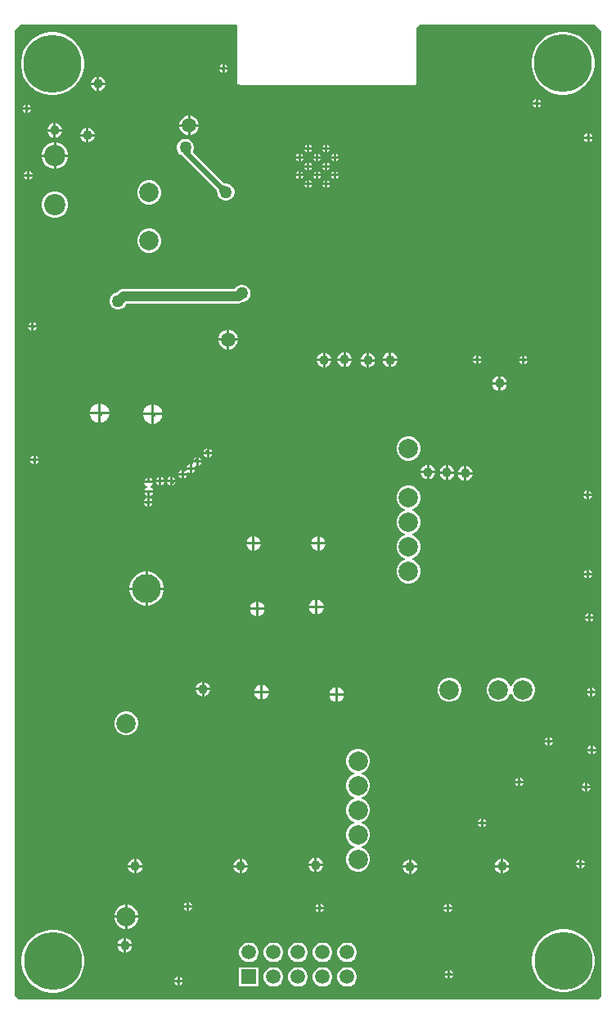
<source format=gbl>
G04*
G04 #@! TF.GenerationSoftware,Altium Limited,Altium Designer,22.9.1 (49)*
G04*
G04 Layer_Physical_Order=2*
G04 Layer_Color=16711680*
%FSLAX25Y25*%
%MOIN*%
G70*
G04*
G04 #@! TF.SameCoordinates,5637A8B9-9DC4-41E7-96B4-60DE8AE1DB3B*
G04*
G04*
G04 #@! TF.FilePolarity,Positive*
G04*
G01*
G75*
%ADD15C,0.01000*%
%ADD76C,0.03937*%
%ADD79C,0.01968*%
%ADD87C,0.07874*%
%ADD88O,0.01968X0.01181*%
%ADD89O,0.01575X0.01181*%
%ADD90R,0.05906X0.05906*%
%ADD91C,0.05906*%
%ADD92C,0.08661*%
%ADD93C,0.01575*%
%ADD94C,0.03937*%
%ADD95C,0.02362*%
%ADD96C,0.11811*%
%ADD97C,0.05000*%
%ADD98C,0.23622*%
G36*
X163740Y395315D02*
X235039D01*
X237756Y392598D01*
X237677Y392520D01*
Y-354D01*
X236378Y-1654D01*
X276D01*
X-1378Y0D01*
X-1221Y158D01*
Y392992D01*
X1083Y395296D01*
X12008Y395394D01*
X89016D01*
Y395315D01*
X89372Y394959D01*
Y371937D01*
X89450Y371547D01*
X89671Y371216D01*
X90001Y370995D01*
X90392Y370917D01*
X90394D01*
Y370630D01*
X161734D01*
Y370630D01*
X162126Y370630D01*
X162284Y370787D01*
X161968Y371103D01*
X161979Y371216D01*
X162200Y371547D01*
X162277Y371937D01*
Y394167D01*
X163583Y395472D01*
X163740Y395315D01*
D02*
G37*
%LPC*%
G36*
X84201Y379287D02*
Y378059D01*
X85428D01*
X85216Y378572D01*
X84713Y379074D01*
X84201Y379287D01*
D02*
G37*
G36*
X83201D02*
X82688Y379074D01*
X82186Y378572D01*
X81973Y378059D01*
X83201D01*
Y379287D01*
D02*
G37*
G36*
X85428Y377059D02*
X84201D01*
Y375832D01*
X84713Y376044D01*
X85216Y376547D01*
X85428Y377059D01*
D02*
G37*
G36*
X83201D02*
X81973D01*
X82186Y376547D01*
X82688Y376044D01*
X83201Y375832D01*
Y377059D01*
D02*
G37*
G36*
X33138Y374238D02*
Y371799D01*
X35577D01*
X35404Y372445D01*
X35013Y373122D01*
X34460Y373675D01*
X33784Y374065D01*
X33138Y374238D01*
D02*
G37*
G36*
X32138D02*
X31492Y374065D01*
X30815Y373675D01*
X30262Y373122D01*
X29872Y372445D01*
X29699Y371799D01*
X32138D01*
Y374238D01*
D02*
G37*
G36*
X35577Y370799D02*
X33138D01*
Y368360D01*
X33784Y368533D01*
X34460Y368924D01*
X35013Y369477D01*
X35404Y370153D01*
X35577Y370799D01*
D02*
G37*
G36*
X32138D02*
X29699D01*
X29872Y370153D01*
X30262Y369477D01*
X30815Y368924D01*
X31492Y368533D01*
X32138Y368360D01*
Y370799D01*
D02*
G37*
G36*
X223028Y392512D02*
X221011D01*
X219020Y392196D01*
X217102Y391573D01*
X215305Y390658D01*
X213674Y389473D01*
X212248Y388047D01*
X211063Y386415D01*
X210147Y384618D01*
X209524Y382701D01*
X209209Y380709D01*
Y378693D01*
X209524Y376701D01*
X210147Y374783D01*
X211063Y372986D01*
X212248Y371355D01*
X213674Y369929D01*
X215305Y368744D01*
X217102Y367828D01*
X219020Y367205D01*
X221011Y366890D01*
X223028D01*
X225020Y367205D01*
X226937Y367828D01*
X228734Y368744D01*
X230365Y369929D01*
X231791Y371355D01*
X232977Y372986D01*
X233892Y374783D01*
X234515Y376701D01*
X234831Y378693D01*
Y380709D01*
X234515Y382701D01*
X233892Y384618D01*
X232977Y386415D01*
X231791Y388047D01*
X230365Y389473D01*
X228734Y390658D01*
X226937Y391573D01*
X225020Y392196D01*
X223028Y392512D01*
D02*
G37*
G36*
X15008Y392311D02*
X12992D01*
X11000Y391996D01*
X9082Y391372D01*
X7286Y390457D01*
X5654Y389272D01*
X4228Y387846D01*
X3043Y386214D01*
X2128Y384418D01*
X1504Y382500D01*
X1189Y380508D01*
Y378492D01*
X1504Y376500D01*
X2128Y374582D01*
X3043Y372786D01*
X4228Y371154D01*
X5654Y369728D01*
X7286Y368543D01*
X9082Y367628D01*
X11000Y367004D01*
X12992Y366689D01*
X15008D01*
X17000Y367004D01*
X18918Y367628D01*
X20714Y368543D01*
X22346Y369728D01*
X23772Y371154D01*
X24957Y372786D01*
X25872Y374582D01*
X26496Y376500D01*
X26811Y378492D01*
Y380508D01*
X26496Y382500D01*
X25872Y384418D01*
X24957Y386214D01*
X23772Y387846D01*
X22346Y389272D01*
X20714Y390457D01*
X18918Y391372D01*
X17000Y391996D01*
X15008Y392311D01*
D02*
G37*
G36*
X211839Y365074D02*
Y363846D01*
X213066D01*
X212854Y364359D01*
X212351Y364862D01*
X211839Y365074D01*
D02*
G37*
G36*
X210839D02*
X210326Y364862D01*
X209823Y364359D01*
X209611Y363846D01*
X210839D01*
Y365074D01*
D02*
G37*
G36*
X4083Y362909D02*
Y361681D01*
X5310D01*
X5098Y362194D01*
X4595Y362696D01*
X4083Y362909D01*
D02*
G37*
G36*
X3083D02*
X2570Y362696D01*
X2067Y362194D01*
X1855Y361681D01*
X3083D01*
Y362909D01*
D02*
G37*
G36*
X213066Y362846D02*
X211839D01*
Y361619D01*
X212351Y361831D01*
X212854Y362334D01*
X213066Y362846D01*
D02*
G37*
G36*
X210839D02*
X209611D01*
X209823Y362334D01*
X210326Y361831D01*
X210839Y361619D01*
Y362846D01*
D02*
G37*
G36*
X5310Y360681D02*
X4083D01*
Y359454D01*
X4595Y359666D01*
X5098Y360169D01*
X5310Y360681D01*
D02*
G37*
G36*
X3083D02*
X1855D01*
X2067Y360169D01*
X2570Y359666D01*
X3083Y359454D01*
Y360681D01*
D02*
G37*
G36*
X70166Y358323D02*
X70146D01*
Y354870D01*
X73598D01*
Y354890D01*
X73329Y355896D01*
X72809Y356797D01*
X72073Y357533D01*
X71171Y358053D01*
X70166Y358323D01*
D02*
G37*
G36*
X69146D02*
X69125D01*
X68120Y358053D01*
X67219Y357533D01*
X66483Y356797D01*
X65962Y355896D01*
X65693Y354890D01*
Y354870D01*
X69146D01*
Y358323D01*
D02*
G37*
G36*
X15421Y355262D02*
Y352823D01*
X17861D01*
X17687Y353469D01*
X17297Y354146D01*
X16744Y354698D01*
X16067Y355089D01*
X15421Y355262D01*
D02*
G37*
G36*
X14421D02*
X13776Y355089D01*
X13099Y354698D01*
X12546Y354146D01*
X12155Y353469D01*
X11982Y352823D01*
X14421D01*
Y355262D01*
D02*
G37*
G36*
X28768Y353294D02*
Y350854D01*
X31207D01*
X31034Y351500D01*
X30643Y352177D01*
X30090Y352730D01*
X29414Y353120D01*
X28768Y353294D01*
D02*
G37*
G36*
X27768D02*
X27122Y353120D01*
X26445Y352730D01*
X25892Y352177D01*
X25501Y351500D01*
X25328Y350854D01*
X27768D01*
Y353294D01*
D02*
G37*
G36*
X73598Y353870D02*
X70146D01*
Y350417D01*
X70166D01*
X71171Y350687D01*
X72073Y351207D01*
X72809Y351943D01*
X73329Y352844D01*
X73598Y353850D01*
Y353870D01*
D02*
G37*
G36*
X69146D02*
X65693D01*
Y353850D01*
X65962Y352844D01*
X66483Y351943D01*
X67219Y351207D01*
X68120Y350687D01*
X69125Y350417D01*
X69146D01*
Y353870D01*
D02*
G37*
G36*
X232823Y351137D02*
Y349909D01*
X234050D01*
X233838Y350422D01*
X233335Y350925D01*
X232823Y351137D01*
D02*
G37*
G36*
X231823D02*
X231310Y350925D01*
X230807Y350422D01*
X230595Y349909D01*
X231823D01*
Y351137D01*
D02*
G37*
G36*
X17861Y351823D02*
X15421D01*
Y349384D01*
X16067Y349557D01*
X16744Y349947D01*
X17297Y350500D01*
X17687Y351177D01*
X17861Y351823D01*
D02*
G37*
G36*
X14421D02*
X11982D01*
X12155Y351177D01*
X12546Y350500D01*
X13099Y349947D01*
X13776Y349557D01*
X14421Y349384D01*
Y351823D01*
D02*
G37*
G36*
X234050Y348909D02*
X232823D01*
Y347682D01*
X233335Y347894D01*
X233838Y348397D01*
X234050Y348909D01*
D02*
G37*
G36*
X231823D02*
X230595D01*
X230807Y348397D01*
X231310Y347894D01*
X231823Y347682D01*
Y348909D01*
D02*
G37*
G36*
X31207Y349854D02*
X28768D01*
Y347415D01*
X29414Y347588D01*
X30090Y347979D01*
X30643Y348532D01*
X31034Y349208D01*
X31207Y349854D01*
D02*
G37*
G36*
X27768D02*
X25328D01*
X25501Y349208D01*
X25892Y348532D01*
X26445Y347979D01*
X27122Y347588D01*
X27768Y347415D01*
Y349854D01*
D02*
G37*
G36*
X126000Y346463D02*
Y345449D01*
X127015D01*
X126848Y345850D01*
X126401Y346297D01*
X126000Y346463D01*
D02*
G37*
G36*
X125000D02*
X124599Y346297D01*
X124152Y345850D01*
X123986Y345449D01*
X125000D01*
Y346463D01*
D02*
G37*
G36*
X118776D02*
Y345449D01*
X119790D01*
X119624Y345850D01*
X119177Y346297D01*
X118776Y346463D01*
D02*
G37*
G36*
X117776D02*
X117375Y346297D01*
X116927Y345850D01*
X116761Y345449D01*
X117776D01*
Y346463D01*
D02*
G37*
G36*
X127015Y344449D02*
X126000D01*
Y343434D01*
X126401Y343600D01*
X126848Y344048D01*
X127015Y344449D01*
D02*
G37*
G36*
X125000D02*
X123986D01*
X124152Y344048D01*
X124599Y343600D01*
X125000Y343434D01*
Y344449D01*
D02*
G37*
G36*
X119790D02*
X118776D01*
Y343434D01*
X119177Y343600D01*
X119624Y344048D01*
X119790Y344449D01*
D02*
G37*
G36*
X117776D02*
X116761D01*
X116927Y344048D01*
X117375Y343600D01*
X117776Y343434D01*
Y344449D01*
D02*
G37*
G36*
X15702Y347331D02*
X15500D01*
Y342500D01*
X20331D01*
Y342702D01*
X19967Y344058D01*
X19266Y345273D01*
X18273Y346266D01*
X17058Y346967D01*
X15702Y347331D01*
D02*
G37*
G36*
X14500D02*
X14298D01*
X12942Y346967D01*
X11727Y346266D01*
X10734Y345273D01*
X10033Y344058D01*
X9669Y342702D01*
Y342500D01*
X14500D01*
Y347331D01*
D02*
G37*
G36*
X129612Y342851D02*
Y341837D01*
X130627D01*
X130461Y342238D01*
X130013Y342685D01*
X129612Y342851D01*
D02*
G37*
G36*
X128612D02*
X128211Y342685D01*
X127764Y342238D01*
X127598Y341837D01*
X128612D01*
Y342851D01*
D02*
G37*
G36*
X122388D02*
Y341837D01*
X123402D01*
X123236Y342238D01*
X122789Y342685D01*
X122388Y342851D01*
D02*
G37*
G36*
X121388D02*
X120987Y342685D01*
X120539Y342238D01*
X120373Y341837D01*
X121388D01*
Y342851D01*
D02*
G37*
G36*
X115163D02*
Y341837D01*
X116178D01*
X116012Y342238D01*
X115564Y342685D01*
X115163Y342851D01*
D02*
G37*
G36*
X114163D02*
X113762Y342685D01*
X113315Y342238D01*
X113149Y341837D01*
X114163D01*
Y342851D01*
D02*
G37*
G36*
X130627Y340837D02*
X129612D01*
Y339822D01*
X130013Y339988D01*
X130461Y340436D01*
X130627Y340837D01*
D02*
G37*
G36*
X128612D02*
X127598D01*
X127764Y340436D01*
X128211Y339988D01*
X128612Y339822D01*
Y340837D01*
D02*
G37*
G36*
X123402D02*
X122388D01*
Y339822D01*
X122789Y339988D01*
X123236Y340436D01*
X123402Y340837D01*
D02*
G37*
G36*
X121388D02*
X120373D01*
X120539Y340436D01*
X120987Y339988D01*
X121388Y339822D01*
Y340837D01*
D02*
G37*
G36*
X116178D02*
X115163D01*
Y339822D01*
X115564Y339988D01*
X116012Y340436D01*
X116178Y340837D01*
D02*
G37*
G36*
X114163D02*
X113149D01*
X113315Y340436D01*
X113762Y339988D01*
X114163Y339822D01*
Y340837D01*
D02*
G37*
G36*
X126000Y339239D02*
Y338224D01*
X127015D01*
X126848Y338625D01*
X126401Y339073D01*
X126000Y339239D01*
D02*
G37*
G36*
X125000D02*
X124599Y339073D01*
X124152Y338625D01*
X123986Y338224D01*
X125000D01*
Y339239D01*
D02*
G37*
G36*
X118776D02*
Y338224D01*
X119790D01*
X119624Y338625D01*
X119177Y339073D01*
X118776Y339239D01*
D02*
G37*
G36*
X117776D02*
X117375Y339073D01*
X116927Y338625D01*
X116761Y338224D01*
X117776D01*
Y339239D01*
D02*
G37*
G36*
X20331Y341500D02*
X15500D01*
Y336669D01*
X15702D01*
X17058Y337033D01*
X18273Y337734D01*
X19266Y338727D01*
X19967Y339942D01*
X20331Y341298D01*
Y341500D01*
D02*
G37*
G36*
X14500D02*
X9669D01*
Y341298D01*
X10033Y339942D01*
X10734Y338727D01*
X11727Y337734D01*
X12942Y337033D01*
X14298Y336669D01*
X14500D01*
Y341500D01*
D02*
G37*
G36*
X127015Y337224D02*
X126000D01*
Y336210D01*
X126401Y336376D01*
X126848Y336823D01*
X127015Y337224D01*
D02*
G37*
G36*
X125000D02*
X123986D01*
X124152Y336823D01*
X124599Y336376D01*
X125000Y336210D01*
Y337224D01*
D02*
G37*
G36*
X119790D02*
X118776D01*
Y336210D01*
X119177Y336376D01*
X119624Y336823D01*
X119790Y337224D01*
D02*
G37*
G36*
X117776D02*
X116761D01*
X116927Y336823D01*
X117375Y336376D01*
X117776Y336210D01*
Y337224D01*
D02*
G37*
G36*
X129612Y335627D02*
Y334612D01*
X130627D01*
X130461Y335013D01*
X130013Y335461D01*
X129612Y335627D01*
D02*
G37*
G36*
X128612D02*
X128211Y335461D01*
X127764Y335013D01*
X127598Y334612D01*
X128612D01*
Y335627D01*
D02*
G37*
G36*
X122388D02*
Y334612D01*
X123402D01*
X123236Y335013D01*
X122789Y335461D01*
X122388Y335627D01*
D02*
G37*
G36*
X121388D02*
X120987Y335461D01*
X120539Y335013D01*
X120373Y334612D01*
X121388D01*
Y335627D01*
D02*
G37*
G36*
X115163D02*
Y334612D01*
X116178D01*
X116012Y335013D01*
X115564Y335461D01*
X115163Y335627D01*
D02*
G37*
G36*
X114163D02*
X113762Y335461D01*
X113315Y335013D01*
X113149Y334612D01*
X114163D01*
Y335627D01*
D02*
G37*
G36*
X4634Y335743D02*
Y334516D01*
X5861D01*
X5649Y335028D01*
X5146Y335531D01*
X4634Y335743D01*
D02*
G37*
G36*
X3634D02*
X3121Y335531D01*
X2619Y335028D01*
X2406Y334516D01*
X3634D01*
Y335743D01*
D02*
G37*
G36*
X130627Y333612D02*
X129612D01*
Y332598D01*
X130013Y332764D01*
X130461Y333211D01*
X130627Y333612D01*
D02*
G37*
G36*
X128612D02*
X127598D01*
X127764Y333211D01*
X128211Y332764D01*
X128612Y332598D01*
Y333612D01*
D02*
G37*
G36*
X123402D02*
X122388D01*
Y332598D01*
X122789Y332764D01*
X123236Y333211D01*
X123402Y333612D01*
D02*
G37*
G36*
X121388D02*
X120373D01*
X120539Y333211D01*
X120987Y332764D01*
X121388Y332598D01*
Y333612D01*
D02*
G37*
G36*
X116178D02*
X115163D01*
Y332598D01*
X115564Y332764D01*
X116012Y333211D01*
X116178Y333612D01*
D02*
G37*
G36*
X114163D02*
X113149D01*
X113315Y333211D01*
X113762Y332764D01*
X114163Y332598D01*
Y333612D01*
D02*
G37*
G36*
X5861Y333516D02*
X4634D01*
Y332288D01*
X5146Y332501D01*
X5649Y333003D01*
X5861Y333516D01*
D02*
G37*
G36*
X3634D02*
X2406D01*
X2619Y333003D01*
X3121Y332501D01*
X3634Y332288D01*
Y333516D01*
D02*
G37*
G36*
X126000Y332014D02*
Y331000D01*
X127015D01*
X126848Y331401D01*
X126401Y331848D01*
X126000Y332014D01*
D02*
G37*
G36*
X125000D02*
X124599Y331848D01*
X124152Y331401D01*
X123986Y331000D01*
X125000D01*
Y332014D01*
D02*
G37*
G36*
X118776D02*
Y331000D01*
X119790D01*
X119624Y331401D01*
X119177Y331848D01*
X118776Y332014D01*
D02*
G37*
G36*
X117776D02*
X117375Y331848D01*
X116927Y331401D01*
X116761Y331000D01*
X117776D01*
Y332014D01*
D02*
G37*
G36*
X127015Y330000D02*
X126000D01*
Y328986D01*
X126401Y329152D01*
X126848Y329599D01*
X127015Y330000D01*
D02*
G37*
G36*
X125000D02*
X123986D01*
X124152Y329599D01*
X124599Y329152D01*
X125000Y328986D01*
Y330000D01*
D02*
G37*
G36*
X119790D02*
X118776D01*
Y328986D01*
X119177Y329152D01*
X119624Y329599D01*
X119790Y330000D01*
D02*
G37*
G36*
X117776D02*
X116761D01*
X116927Y329599D01*
X117375Y329152D01*
X117776Y328986D01*
Y330000D01*
D02*
G37*
G36*
X68650Y348854D02*
X67728D01*
X66838Y348616D01*
X66040Y348155D01*
X65388Y347503D01*
X64928Y346705D01*
X64689Y345815D01*
Y344894D01*
X64928Y344003D01*
X65388Y343205D01*
X66040Y342554D01*
X66539Y342266D01*
X66594Y342218D01*
X66612Y342208D01*
X68032Y340957D01*
X80754Y328235D01*
X80775Y328210D01*
X80865Y328083D01*
X80940Y327960D01*
X80999Y327839D01*
X81047Y327722D01*
X81082Y327604D01*
X81107Y327486D01*
X81121Y327365D01*
X81127Y327197D01*
X81146Y327115D01*
Y326744D01*
X81384Y325854D01*
X81845Y325056D01*
X82497Y324404D01*
X83295Y323943D01*
X84185Y323705D01*
X85106D01*
X85997Y323943D01*
X86795Y324404D01*
X87446Y325056D01*
X87907Y325854D01*
X88146Y326744D01*
Y327665D01*
X87907Y328556D01*
X87446Y329354D01*
X86795Y330005D01*
X85997Y330466D01*
X85106Y330705D01*
X84735D01*
X84654Y330724D01*
X84485Y330729D01*
X84364Y330744D01*
X84246Y330768D01*
X84129Y330804D01*
X84011Y330851D01*
X83891Y330911D01*
X83767Y330985D01*
X83640Y331076D01*
X83615Y331096D01*
X71392Y343320D01*
X71368Y343350D01*
X71305Y343446D01*
X71269Y343517D01*
X71253Y343564D01*
X71248Y343587D01*
X71248Y343595D01*
X71248Y343598D01*
X71251Y343610D01*
X71295Y343703D01*
X71308Y343757D01*
X71451Y344003D01*
X71689Y344894D01*
Y345815D01*
X71451Y346705D01*
X70990Y347503D01*
X70338Y348155D01*
X69540Y348616D01*
X68650Y348854D01*
D02*
G37*
G36*
X54075Y331945D02*
X52775D01*
X51520Y331608D01*
X50394Y330959D01*
X49475Y330039D01*
X48825Y328913D01*
X48488Y327658D01*
Y326358D01*
X48825Y325102D01*
X49475Y323976D01*
X50394Y323057D01*
X51520Y322407D01*
X52775Y322071D01*
X54075D01*
X55331Y322407D01*
X56457Y323057D01*
X57376Y323976D01*
X58026Y325102D01*
X58362Y326358D01*
Y327658D01*
X58026Y328913D01*
X57376Y330039D01*
X56457Y330959D01*
X55331Y331608D01*
X54075Y331945D01*
D02*
G37*
G36*
X15702Y327331D02*
X14298D01*
X12942Y326967D01*
X11727Y326266D01*
X10734Y325273D01*
X10033Y324058D01*
X9669Y322702D01*
Y321298D01*
X10033Y319942D01*
X10734Y318727D01*
X11727Y317734D01*
X12942Y317033D01*
X14298Y316669D01*
X15702D01*
X17058Y317033D01*
X18273Y317734D01*
X19266Y318727D01*
X19967Y319942D01*
X20331Y321298D01*
Y322702D01*
X19967Y324058D01*
X19266Y325273D01*
X18273Y326266D01*
X17058Y326967D01*
X15702Y327331D01*
D02*
G37*
G36*
X54075Y312260D02*
X52775D01*
X51520Y311923D01*
X50394Y311273D01*
X49475Y310354D01*
X48825Y309228D01*
X48488Y307973D01*
Y306673D01*
X48825Y305417D01*
X49475Y304291D01*
X50394Y303372D01*
X51520Y302722D01*
X52775Y302386D01*
X54075D01*
X55331Y302722D01*
X56457Y303372D01*
X57376Y304291D01*
X58026Y305417D01*
X58362Y306673D01*
Y307973D01*
X58026Y309228D01*
X57376Y310354D01*
X56457Y311273D01*
X55331Y311923D01*
X54075Y312260D01*
D02*
G37*
G36*
X91721Y289484D02*
X90799D01*
X89909Y289246D01*
X89111Y288785D01*
X88459Y288133D01*
X88311Y287876D01*
X43044D01*
X42269Y287774D01*
X41546Y287475D01*
X40926Y286999D01*
X40301Y286374D01*
X40287D01*
X39397Y286136D01*
X38599Y285675D01*
X37947Y285023D01*
X37486Y284225D01*
X37248Y283335D01*
Y282413D01*
X37486Y281523D01*
X37947Y280725D01*
X38599Y280073D01*
X39397Y279612D01*
X40287Y279374D01*
X41209D01*
X42099Y279612D01*
X42897Y280073D01*
X43549Y280725D01*
X44010Y281523D01*
X44043Y281647D01*
X44284Y281888D01*
X89870D01*
X90645Y281990D01*
X91367Y282289D01*
X91622Y282484D01*
X91721D01*
X92611Y282723D01*
X93409Y283184D01*
X94060Y283835D01*
X94521Y284633D01*
X94760Y285524D01*
Y286445D01*
X94521Y287335D01*
X94060Y288133D01*
X93409Y288785D01*
X92611Y289246D01*
X91721Y289484D01*
D02*
G37*
G36*
X6366Y274208D02*
Y272980D01*
X7594D01*
X7381Y273493D01*
X6879Y273996D01*
X6366Y274208D01*
D02*
G37*
G36*
X5366D02*
X4854Y273996D01*
X4351Y273493D01*
X4139Y272980D01*
X5366D01*
Y274208D01*
D02*
G37*
G36*
X7594Y271980D02*
X6366D01*
Y270753D01*
X6879Y270965D01*
X7381Y271468D01*
X7594Y271980D01*
D02*
G37*
G36*
X5366D02*
X4139D01*
X4351Y271468D01*
X4854Y270965D01*
X5366Y270753D01*
Y271980D01*
D02*
G37*
G36*
X86150Y271118D02*
X86130D01*
Y267665D01*
X89583D01*
Y267686D01*
X89313Y268691D01*
X88793Y269592D01*
X88057Y270328D01*
X87156Y270849D01*
X86150Y271118D01*
D02*
G37*
G36*
X85130D02*
X85110D01*
X84104Y270849D01*
X83203Y270328D01*
X82467Y269592D01*
X81946Y268691D01*
X81677Y267686D01*
Y267665D01*
X85130D01*
Y271118D01*
D02*
G37*
G36*
X89583Y266665D02*
X86130D01*
Y263213D01*
X86150D01*
X87156Y263482D01*
X88057Y264002D01*
X88793Y264738D01*
X89313Y265640D01*
X89583Y266645D01*
Y266665D01*
D02*
G37*
G36*
X85130D02*
X81677D01*
Y266645D01*
X81946Y265640D01*
X82467Y264738D01*
X83203Y264002D01*
X84104Y263482D01*
X85110Y263213D01*
X85130D01*
Y266665D01*
D02*
G37*
G36*
X187508Y260743D02*
Y259516D01*
X188735D01*
X188523Y260028D01*
X188020Y260531D01*
X187508Y260743D01*
D02*
G37*
G36*
X186508D02*
X185995Y260531D01*
X185493Y260028D01*
X185280Y259516D01*
X186508D01*
Y260743D01*
D02*
G37*
G36*
X133541Y261916D02*
Y259477D01*
X135980D01*
X135807Y260122D01*
X135416Y260799D01*
X134863Y261352D01*
X134187Y261743D01*
X133541Y261916D01*
D02*
G37*
G36*
X132541D02*
X131895Y261743D01*
X131218Y261352D01*
X130665Y260799D01*
X130274Y260122D01*
X130102Y259477D01*
X132541D01*
Y261916D01*
D02*
G37*
G36*
X152035Y261837D02*
Y259398D01*
X154475D01*
X154302Y260043D01*
X153911Y260720D01*
X153358Y261273D01*
X152681Y261664D01*
X152035Y261837D01*
D02*
G37*
G36*
X151035D02*
X150390Y261664D01*
X149713Y261273D01*
X149160Y260720D01*
X148769Y260043D01*
X148596Y259398D01*
X151035D01*
Y261837D01*
D02*
G37*
G36*
X206445Y260546D02*
Y259319D01*
X207672D01*
X207460Y259831D01*
X206957Y260334D01*
X206445Y260546D01*
D02*
G37*
G36*
X205445D02*
X204932Y260334D01*
X204430Y259831D01*
X204217Y259319D01*
X205445D01*
Y260546D01*
D02*
G37*
G36*
X125146Y261758D02*
Y259319D01*
X127585D01*
X127412Y259965D01*
X127021Y260642D01*
X126468Y261194D01*
X125792Y261585D01*
X125146Y261758D01*
D02*
G37*
G36*
X124146D02*
X123500Y261585D01*
X122823Y261194D01*
X122270Y260642D01*
X121879Y259965D01*
X121706Y259319D01*
X124146D01*
Y261758D01*
D02*
G37*
G36*
X143020Y261640D02*
Y259201D01*
X145459D01*
X145286Y259847D01*
X144895Y260524D01*
X144342Y261076D01*
X143666Y261467D01*
X143020Y261640D01*
D02*
G37*
G36*
X142020D02*
X141374Y261467D01*
X140697Y261076D01*
X140144Y260524D01*
X139753Y259847D01*
X139580Y259201D01*
X142020D01*
Y261640D01*
D02*
G37*
G36*
X188735Y258516D02*
X187508D01*
Y257288D01*
X188020Y257501D01*
X188523Y258003D01*
X188735Y258516D01*
D02*
G37*
G36*
X186508D02*
X185280D01*
X185493Y258003D01*
X185995Y257501D01*
X186508Y257288D01*
Y258516D01*
D02*
G37*
G36*
X207672Y258319D02*
X206445D01*
Y257091D01*
X206957Y257304D01*
X207460Y257806D01*
X207672Y258319D01*
D02*
G37*
G36*
X205445D02*
X204217D01*
X204430Y257806D01*
X204932Y257304D01*
X205445Y257091D01*
Y258319D01*
D02*
G37*
G36*
X135980Y258477D02*
X133541D01*
Y256037D01*
X134187Y256210D01*
X134863Y256601D01*
X135416Y257154D01*
X135807Y257831D01*
X135980Y258477D01*
D02*
G37*
G36*
X132541D02*
X130102D01*
X130274Y257831D01*
X130665Y257154D01*
X131218Y256601D01*
X131895Y256210D01*
X132541Y256037D01*
Y258477D01*
D02*
G37*
G36*
X154475Y258398D02*
X152035D01*
Y255958D01*
X152681Y256131D01*
X153358Y256522D01*
X153911Y257075D01*
X154302Y257752D01*
X154475Y258398D01*
D02*
G37*
G36*
X151035D02*
X148596D01*
X148769Y257752D01*
X149160Y257075D01*
X149713Y256522D01*
X150390Y256131D01*
X151035Y255958D01*
Y258398D01*
D02*
G37*
G36*
X127585Y258319D02*
X125146D01*
Y255880D01*
X125792Y256053D01*
X126468Y256444D01*
X127021Y256996D01*
X127412Y257673D01*
X127585Y258319D01*
D02*
G37*
G36*
X124146D02*
X121706D01*
X121879Y257673D01*
X122270Y256996D01*
X122823Y256444D01*
X123500Y256053D01*
X124146Y255880D01*
Y258319D01*
D02*
G37*
G36*
X145459Y258201D02*
X143020D01*
Y255762D01*
X143666Y255935D01*
X144342Y256325D01*
X144895Y256878D01*
X145286Y257555D01*
X145459Y258201D01*
D02*
G37*
G36*
X142020D02*
X139580D01*
X139753Y257555D01*
X140144Y256878D01*
X140697Y256325D01*
X141374Y255935D01*
X142020Y255762D01*
Y258201D01*
D02*
G37*
G36*
X196681Y252191D02*
Y249752D01*
X199120D01*
X198947Y250398D01*
X198556Y251075D01*
X198004Y251627D01*
X197327Y252018D01*
X196681Y252191D01*
D02*
G37*
G36*
X195681D02*
X195035Y252018D01*
X194358Y251627D01*
X193806Y251075D01*
X193415Y250398D01*
X193242Y249752D01*
X195681D01*
Y252191D01*
D02*
G37*
G36*
X199120Y248752D02*
X196681D01*
Y246313D01*
X197327Y246486D01*
X198004Y246877D01*
X198556Y247429D01*
X198947Y248106D01*
X199120Y248752D01*
D02*
G37*
G36*
X195681D02*
X193242D01*
X193415Y248106D01*
X193806Y247429D01*
X194358Y246877D01*
X195035Y246486D01*
X195681Y246313D01*
Y248752D01*
D02*
G37*
G36*
X33749Y241158D02*
X33728D01*
Y237705D01*
X37181D01*
Y237725D01*
X36912Y238730D01*
X36391Y239632D01*
X35655Y240368D01*
X34754Y240888D01*
X33749Y241158D01*
D02*
G37*
G36*
X32728D02*
X32708D01*
X31703Y240888D01*
X30801Y240368D01*
X30065Y239632D01*
X29545Y238730D01*
X29276Y237725D01*
Y237705D01*
X32728D01*
Y241158D01*
D02*
G37*
G36*
X55363Y240803D02*
X55343D01*
Y237350D01*
X58795D01*
Y237371D01*
X58526Y238376D01*
X58005Y239277D01*
X57270Y240013D01*
X56368Y240534D01*
X55363Y240803D01*
D02*
G37*
G36*
X54343D02*
X54322D01*
X53317Y240534D01*
X52416Y240013D01*
X51679Y239277D01*
X51159Y238376D01*
X50890Y237371D01*
Y237350D01*
X54343D01*
Y240803D01*
D02*
G37*
G36*
X37181Y236705D02*
X33728D01*
Y233252D01*
X33749D01*
X34754Y233521D01*
X35655Y234042D01*
X36391Y234778D01*
X36912Y235679D01*
X37181Y236684D01*
Y236705D01*
D02*
G37*
G36*
X32728D02*
X29276D01*
Y236684D01*
X29545Y235679D01*
X30065Y234778D01*
X30801Y234042D01*
X31703Y233521D01*
X32708Y233252D01*
X32728D01*
Y236705D01*
D02*
G37*
G36*
X58795Y236350D02*
X55343D01*
Y232898D01*
X55363D01*
X56368Y233167D01*
X57270Y233687D01*
X58005Y234423D01*
X58526Y235325D01*
X58795Y236330D01*
Y236350D01*
D02*
G37*
G36*
X54343D02*
X50890D01*
Y236330D01*
X51159Y235325D01*
X51679Y234423D01*
X52416Y233687D01*
X53317Y233167D01*
X54322Y232898D01*
X54343D01*
Y236350D01*
D02*
G37*
G36*
X77823Y222633D02*
Y221406D01*
X79050D01*
X78838Y221918D01*
X78335Y222421D01*
X77823Y222633D01*
D02*
G37*
G36*
X76823D02*
X76310Y222421D01*
X75807Y221918D01*
X75595Y221406D01*
X76823D01*
Y222633D01*
D02*
G37*
G36*
X79050Y220406D02*
X77823D01*
Y219178D01*
X78335Y219390D01*
X78838Y219893D01*
X79050Y220406D01*
D02*
G37*
G36*
X76823D02*
X75595D01*
X75807Y219893D01*
X76310Y219390D01*
X76823Y219178D01*
Y220406D01*
D02*
G37*
G36*
X7153Y219838D02*
Y218610D01*
X8381D01*
X8169Y219123D01*
X7666Y219625D01*
X7153Y219838D01*
D02*
G37*
G36*
X6154D02*
X5641Y219625D01*
X5138Y219123D01*
X4926Y218610D01*
X6154D01*
Y219838D01*
D02*
G37*
G36*
X73492Y219168D02*
Y217941D01*
X74720D01*
X74507Y218453D01*
X74005Y218956D01*
X73492Y219168D01*
D02*
G37*
G36*
X72492D02*
X71980Y218956D01*
X71477Y218453D01*
X71265Y217941D01*
X72492D01*
Y219168D01*
D02*
G37*
G36*
X159745Y227654D02*
X158444D01*
X157189Y227317D01*
X156063Y226667D01*
X155144Y225748D01*
X154494Y224622D01*
X154157Y223366D01*
Y222067D01*
X154494Y220811D01*
X155144Y219685D01*
X156063Y218766D01*
X157189Y218116D01*
X158444Y217779D01*
X159745D01*
X161000Y218116D01*
X162126Y218766D01*
X163045Y219685D01*
X163695Y220811D01*
X164032Y222067D01*
Y223366D01*
X163695Y224622D01*
X163045Y225748D01*
X162126Y226667D01*
X161000Y227317D01*
X159745Y227654D01*
D02*
G37*
G36*
X8381Y217610D02*
X7153D01*
Y216383D01*
X7666Y216595D01*
X8169Y217098D01*
X8381Y217610D01*
D02*
G37*
G36*
X6154D02*
X4926D01*
X5138Y217098D01*
X5641Y216595D01*
X6154Y216383D01*
Y217610D01*
D02*
G37*
G36*
X72492Y216941D02*
X71265D01*
X71410Y216589D01*
X71058Y216194D01*
X70815Y216295D01*
Y215067D01*
X72043D01*
X71897Y215419D01*
X72249Y215814D01*
X72492Y215713D01*
Y216941D01*
D02*
G37*
G36*
X74720D02*
X73492D01*
Y215713D01*
X74005Y215926D01*
X74507Y216428D01*
X74720Y216941D01*
D02*
G37*
G36*
X69815Y216295D02*
X69302Y216082D01*
X68800Y215579D01*
X68587Y215067D01*
X69815D01*
Y216295D01*
D02*
G37*
G36*
Y214067D02*
X68587D01*
X68622Y213983D01*
X68198Y213699D01*
X68060Y213838D01*
X67547Y214050D01*
Y212823D01*
X68775D01*
X68740Y212907D01*
X69164Y213190D01*
X69302Y213052D01*
X69815Y212839D01*
Y214067D01*
D02*
G37*
G36*
X167508Y216128D02*
Y213689D01*
X169947D01*
X169774Y214335D01*
X169383Y215012D01*
X168831Y215564D01*
X168154Y215955D01*
X167508Y216128D01*
D02*
G37*
G36*
X166508D02*
X165862Y215955D01*
X165185Y215564D01*
X164632Y215012D01*
X164242Y214335D01*
X164069Y213689D01*
X166508D01*
Y216128D01*
D02*
G37*
G36*
X175264Y215931D02*
Y213492D01*
X177703D01*
X177530Y214138D01*
X177139Y214815D01*
X176586Y215368D01*
X175910Y215758D01*
X175264Y215931D01*
D02*
G37*
G36*
X174264D02*
X173618Y215758D01*
X172941Y215368D01*
X172388Y214815D01*
X171998Y214138D01*
X171825Y213492D01*
X174264D01*
Y215931D01*
D02*
G37*
G36*
X182705Y215616D02*
Y213177D01*
X185144D01*
X184971Y213823D01*
X184580Y214500D01*
X184027Y215053D01*
X183351Y215443D01*
X182705Y215616D01*
D02*
G37*
G36*
X181705D02*
X181059Y215443D01*
X180382Y215053D01*
X179829Y214500D01*
X179438Y213823D01*
X179265Y213177D01*
X181705D01*
Y215616D01*
D02*
G37*
G36*
X72043Y214067D02*
X70815D01*
Y212839D01*
X71327Y213052D01*
X71830Y213554D01*
X72043Y214067D01*
D02*
G37*
G36*
X66547Y214050D02*
X66035Y213838D01*
X65532Y213335D01*
X65320Y212823D01*
X66547D01*
Y214050D01*
D02*
G37*
G36*
X68775Y211823D02*
X67547D01*
Y210595D01*
X68060Y210807D01*
X68563Y211310D01*
X68775Y211823D01*
D02*
G37*
G36*
X66547D02*
X65320D01*
X65532Y211310D01*
X66035Y210807D01*
X66547Y210595D01*
Y211823D01*
D02*
G37*
G36*
X169947Y212689D02*
X167508D01*
Y210250D01*
X168154Y210423D01*
X168831Y210814D01*
X169383Y211366D01*
X169774Y212043D01*
X169947Y212689D01*
D02*
G37*
G36*
X166508D02*
X164069D01*
X164242Y212043D01*
X164632Y211366D01*
X165185Y210814D01*
X165862Y210423D01*
X166508Y210250D01*
Y212689D01*
D02*
G37*
G36*
X62862Y211295D02*
Y210067D01*
X64090D01*
X63877Y210579D01*
X63375Y211082D01*
X62862Y211295D01*
D02*
G37*
G36*
X61862D02*
X61350Y211082D01*
X60847Y210579D01*
X60635Y210067D01*
X61862D01*
Y211295D01*
D02*
G37*
G36*
X177703Y212492D02*
X175264D01*
Y210053D01*
X175910Y210226D01*
X176586Y210617D01*
X177139Y211169D01*
X177530Y211846D01*
X177703Y212492D01*
D02*
G37*
G36*
X174264D02*
X171825D01*
X171998Y211846D01*
X172388Y211169D01*
X172941Y210617D01*
X173618Y210226D01*
X174264Y210053D01*
Y212492D01*
D02*
G37*
G36*
X58374Y211216D02*
Y209988D01*
X59602D01*
X59389Y210501D01*
X58886Y211003D01*
X58374Y211216D01*
D02*
G37*
G36*
X57374D02*
X56862Y211003D01*
X56359Y210501D01*
X56147Y209988D01*
X57374D01*
Y211216D01*
D02*
G37*
G36*
X185144Y212177D02*
X182705D01*
Y209738D01*
X183351Y209911D01*
X184027Y210302D01*
X184580Y210855D01*
X184971Y211531D01*
X185144Y212177D01*
D02*
G37*
G36*
X181705D02*
X179265D01*
X179438Y211531D01*
X179829Y210855D01*
X180382Y210302D01*
X181059Y209911D01*
X181705Y209738D01*
Y212177D01*
D02*
G37*
G36*
X53689Y210822D02*
Y209594D01*
X54917D01*
X54704Y210107D01*
X54202Y210610D01*
X53689Y210822D01*
D02*
G37*
G36*
X52689D02*
X52176Y210610D01*
X51674Y210107D01*
X51461Y209594D01*
X52689D01*
Y210822D01*
D02*
G37*
G36*
X64090Y209067D02*
X62862D01*
Y207839D01*
X63375Y208052D01*
X63877Y208554D01*
X64090Y209067D01*
D02*
G37*
G36*
X61862D02*
X60635D01*
X60847Y208554D01*
X61350Y208052D01*
X61862Y207839D01*
Y209067D01*
D02*
G37*
G36*
X59602Y208988D02*
X58374D01*
Y207761D01*
X58886Y207973D01*
X59389Y208476D01*
X59602Y208988D01*
D02*
G37*
G36*
X57374D02*
X56147D01*
X56359Y208476D01*
X56862Y207973D01*
X57374Y207761D01*
Y208988D01*
D02*
G37*
G36*
X54917Y208594D02*
X51461D01*
X51674Y208082D01*
X52176Y207579D01*
X52534Y207431D01*
Y206890D01*
X52295Y206791D01*
X51792Y206288D01*
X51579Y205776D01*
X55035D01*
X54822Y206288D01*
X54320Y206791D01*
X53962Y206939D01*
Y207480D01*
X54202Y207579D01*
X54704Y208082D01*
X54917Y208594D01*
D02*
G37*
G36*
X232587Y205586D02*
Y204358D01*
X233814D01*
X233602Y204871D01*
X233099Y205374D01*
X232587Y205586D01*
D02*
G37*
G36*
X231587D02*
X231074Y205374D01*
X230571Y204871D01*
X230359Y204358D01*
X231587D01*
Y205586D01*
D02*
G37*
G36*
X55035Y204776D02*
X53807D01*
Y203548D01*
X54320Y203760D01*
X54822Y204263D01*
X55035Y204776D01*
D02*
G37*
G36*
X52807D02*
X51579D01*
X51792Y204263D01*
X52295Y203760D01*
X52807Y203548D01*
Y204776D01*
D02*
G37*
G36*
X233814Y203358D02*
X232587D01*
Y202131D01*
X233099Y202343D01*
X233602Y202846D01*
X233814Y203358D01*
D02*
G37*
G36*
X231587D02*
X230359D01*
X230571Y202846D01*
X231074Y202343D01*
X231587Y202131D01*
Y203358D01*
D02*
G37*
G36*
X53492Y202633D02*
Y201406D01*
X54720D01*
X54507Y201918D01*
X54005Y202421D01*
X53492Y202633D01*
D02*
G37*
G36*
X52492D02*
X51980Y202421D01*
X51477Y201918D01*
X51265Y201406D01*
X52492D01*
Y202633D01*
D02*
G37*
G36*
X54720Y200406D02*
X53492D01*
Y199178D01*
X54005Y199390D01*
X54507Y199893D01*
X54720Y200406D01*
D02*
G37*
G36*
X52492D02*
X51265D01*
X51477Y199893D01*
X51980Y199390D01*
X52492Y199178D01*
Y200406D01*
D02*
G37*
G36*
X122823Y187034D02*
Y184595D01*
X125262D01*
X125089Y185240D01*
X124698Y185917D01*
X124145Y186470D01*
X123469Y186861D01*
X122823Y187034D01*
D02*
G37*
G36*
X121823D02*
X121177Y186861D01*
X120500Y186470D01*
X119947Y185917D01*
X119557Y185240D01*
X119384Y184595D01*
X121823D01*
Y187034D01*
D02*
G37*
G36*
X96445D02*
Y184595D01*
X98884D01*
X98711Y185240D01*
X98320Y185917D01*
X97768Y186470D01*
X97091Y186861D01*
X96445Y187034D01*
D02*
G37*
G36*
X95445D02*
X94799Y186861D01*
X94122Y186470D01*
X93569Y185917D01*
X93179Y185240D01*
X93006Y184595D01*
X95445D01*
Y187034D01*
D02*
G37*
G36*
X125262Y183595D02*
X122823D01*
Y181155D01*
X123469Y181328D01*
X124145Y181719D01*
X124698Y182272D01*
X125089Y182949D01*
X125262Y183595D01*
D02*
G37*
G36*
X121823D02*
X119384D01*
X119557Y182949D01*
X119947Y182272D01*
X120500Y181719D01*
X121177Y181328D01*
X121823Y181155D01*
Y183595D01*
D02*
G37*
G36*
X98884D02*
X96445D01*
Y181155D01*
X97091Y181328D01*
X97768Y181719D01*
X98320Y182272D01*
X98711Y182949D01*
X98884Y183595D01*
D02*
G37*
G36*
X95445D02*
X93006D01*
X93179Y182949D01*
X93569Y182272D01*
X94122Y181719D01*
X94799Y181328D01*
X95445Y181155D01*
Y183595D01*
D02*
G37*
G36*
X232784Y173460D02*
Y172232D01*
X234011D01*
X233799Y172745D01*
X233296Y173248D01*
X232784Y173460D01*
D02*
G37*
G36*
X231784D02*
X231271Y173248D01*
X230768Y172745D01*
X230556Y172232D01*
X231784D01*
Y173460D01*
D02*
G37*
G36*
X234011Y171232D02*
X232784D01*
Y170005D01*
X233296Y170217D01*
X233799Y170720D01*
X234011Y171232D01*
D02*
G37*
G36*
X231784D02*
X230556D01*
X230768Y170720D01*
X231271Y170217D01*
X231784Y170005D01*
Y171232D01*
D02*
G37*
G36*
X159745Y207653D02*
X158444D01*
X157189Y207317D01*
X156063Y206667D01*
X155144Y205748D01*
X154494Y204622D01*
X154157Y203366D01*
Y202067D01*
X154494Y200811D01*
X155144Y199685D01*
X156063Y198766D01*
X157189Y198116D01*
X157714Y197975D01*
Y197458D01*
X157189Y197317D01*
X156063Y196667D01*
X155144Y195748D01*
X154494Y194622D01*
X154157Y193367D01*
Y192067D01*
X154494Y190811D01*
X155144Y189685D01*
X156063Y188766D01*
X157189Y188116D01*
X157714Y187975D01*
Y187458D01*
X157189Y187317D01*
X156063Y186667D01*
X155144Y185748D01*
X154494Y184622D01*
X154157Y183367D01*
Y182067D01*
X154494Y180811D01*
X155144Y179685D01*
X156063Y178766D01*
X157189Y178116D01*
X157714Y177975D01*
Y177458D01*
X157189Y177317D01*
X156063Y176667D01*
X155144Y175748D01*
X154494Y174622D01*
X154157Y173366D01*
Y172067D01*
X154494Y170811D01*
X155144Y169685D01*
X156063Y168766D01*
X157189Y168116D01*
X158444Y167780D01*
X159745D01*
X161000Y168116D01*
X162126Y168766D01*
X163045Y169685D01*
X163695Y170811D01*
X164032Y172067D01*
Y173366D01*
X163695Y174622D01*
X163045Y175748D01*
X162126Y176667D01*
X161000Y177317D01*
X160475Y177458D01*
Y177975D01*
X161000Y178116D01*
X162126Y178766D01*
X163045Y179685D01*
X163695Y180811D01*
X164032Y182067D01*
Y183367D01*
X163695Y184622D01*
X163045Y185748D01*
X162126Y186667D01*
X161000Y187317D01*
X160475Y187458D01*
Y187975D01*
X161000Y188116D01*
X162126Y188766D01*
X163045Y189685D01*
X163695Y190811D01*
X164032Y192067D01*
Y193367D01*
X163695Y194622D01*
X163045Y195748D01*
X162126Y196667D01*
X161000Y197317D01*
X160475Y197458D01*
Y197975D01*
X161000Y198116D01*
X162126Y198766D01*
X163045Y199685D01*
X163695Y200811D01*
X164032Y202067D01*
Y203366D01*
X163695Y204622D01*
X163045Y205748D01*
X162126Y206667D01*
X161000Y207317D01*
X159745Y207653D01*
D02*
G37*
G36*
X53042Y172653D02*
X52862D01*
Y166248D01*
X59268D01*
Y166428D01*
X59002Y167762D01*
X58482Y169019D01*
X57726Y170150D01*
X56764Y171112D01*
X55633Y171868D01*
X54377Y172388D01*
X53042Y172653D01*
D02*
G37*
G36*
X51862D02*
X51682D01*
X50348Y172388D01*
X49091Y171868D01*
X47960Y171112D01*
X46998Y170150D01*
X46243Y169019D01*
X45722Y167762D01*
X45457Y166428D01*
Y166248D01*
X51862D01*
Y172653D01*
D02*
G37*
G36*
X59268Y165248D02*
X52862D01*
Y158843D01*
X53042D01*
X54377Y159108D01*
X55633Y159628D01*
X56764Y160384D01*
X57726Y161346D01*
X58482Y162477D01*
X59002Y163734D01*
X59268Y165068D01*
Y165248D01*
D02*
G37*
G36*
X51862D02*
X45457D01*
Y165068D01*
X45722Y163734D01*
X46243Y162477D01*
X46998Y161346D01*
X47960Y160384D01*
X49091Y159628D01*
X50348Y159108D01*
X51682Y158843D01*
X51862D01*
Y165248D01*
D02*
G37*
G36*
X122035Y161168D02*
Y158728D01*
X124475D01*
X124302Y159374D01*
X123911Y160051D01*
X123358Y160604D01*
X122681Y160995D01*
X122035Y161168D01*
D02*
G37*
G36*
X121035D02*
X120390Y160995D01*
X119713Y160604D01*
X119160Y160051D01*
X118769Y159374D01*
X118596Y158728D01*
X121035D01*
Y161168D01*
D02*
G37*
G36*
X97941Y160420D02*
Y157980D01*
X100380D01*
X100207Y158626D01*
X99816Y159303D01*
X99264Y159856D01*
X98587Y160247D01*
X97941Y160420D01*
D02*
G37*
G36*
X96941D02*
X96295Y160247D01*
X95618Y159856D01*
X95065Y159303D01*
X94675Y158626D01*
X94502Y157980D01*
X96941D01*
Y160420D01*
D02*
G37*
G36*
X124475Y157728D02*
X122035D01*
Y155289D01*
X122681Y155462D01*
X123358Y155853D01*
X123911Y156406D01*
X124302Y157082D01*
X124475Y157728D01*
D02*
G37*
G36*
X121035D02*
X118596D01*
X118769Y157082D01*
X119160Y156406D01*
X119713Y155853D01*
X120390Y155462D01*
X121035Y155289D01*
Y157728D01*
D02*
G37*
G36*
X100380Y156980D02*
X97941D01*
Y154541D01*
X98587Y154714D01*
X99264Y155105D01*
X99816Y155658D01*
X100207Y156334D01*
X100380Y156980D01*
D02*
G37*
G36*
X96941D02*
X94502D01*
X94675Y156334D01*
X95065Y155658D01*
X95618Y155105D01*
X96295Y154714D01*
X96941Y154541D01*
Y156980D01*
D02*
G37*
G36*
X233217Y155704D02*
Y154476D01*
X234444D01*
X234232Y154989D01*
X233729Y155492D01*
X233217Y155704D01*
D02*
G37*
G36*
X232217D02*
X231704Y155492D01*
X231201Y154989D01*
X230989Y154476D01*
X232217D01*
Y155704D01*
D02*
G37*
G36*
X234444Y153476D02*
X233217D01*
Y152249D01*
X233729Y152461D01*
X234232Y152964D01*
X234444Y153476D01*
D02*
G37*
G36*
X232217D02*
X230989D01*
X231201Y152964D01*
X231704Y152461D01*
X232217Y152249D01*
Y153476D01*
D02*
G37*
G36*
X206437Y129465D02*
X205137D01*
X203882Y129128D01*
X202756Y128478D01*
X201837Y127559D01*
X201187Y126433D01*
X201046Y125908D01*
X200529D01*
X200388Y126433D01*
X199738Y127559D01*
X198819Y128478D01*
X197693Y129128D01*
X196437Y129465D01*
X195137D01*
X193882Y129128D01*
X192756Y128478D01*
X191837Y127559D01*
X191187Y126433D01*
X190850Y125178D01*
Y123878D01*
X191187Y122622D01*
X191837Y121496D01*
X192756Y120577D01*
X193882Y119927D01*
X195137Y119591D01*
X196437D01*
X197693Y119927D01*
X198819Y120577D01*
X199738Y121496D01*
X200388Y122622D01*
X200529Y123147D01*
X201046D01*
X201187Y122622D01*
X201837Y121496D01*
X202756Y120577D01*
X203882Y119927D01*
X205137Y119591D01*
X206437D01*
X207693Y119927D01*
X208819Y120577D01*
X209738Y121496D01*
X210388Y122622D01*
X210724Y123878D01*
Y125178D01*
X210388Y126433D01*
X209738Y127559D01*
X208819Y128478D01*
X207693Y129128D01*
X206437Y129465D01*
D02*
G37*
G36*
X75815Y127742D02*
Y125303D01*
X78254D01*
X78081Y125949D01*
X77690Y126626D01*
X77138Y127179D01*
X76461Y127569D01*
X75815Y127742D01*
D02*
G37*
G36*
X74815D02*
X74169Y127569D01*
X73492Y127179D01*
X72940Y126626D01*
X72549Y125949D01*
X72376Y125303D01*
X74815D01*
Y127742D01*
D02*
G37*
G36*
X234083Y125310D02*
Y124083D01*
X235310D01*
X235098Y124595D01*
X234595Y125098D01*
X234083Y125310D01*
D02*
G37*
G36*
X233083D02*
X232570Y125098D01*
X232067Y124595D01*
X231855Y124083D01*
X233083D01*
Y125310D01*
D02*
G37*
G36*
X99713Y126522D02*
Y124083D01*
X102152D01*
X101979Y124729D01*
X101588Y125405D01*
X101035Y125958D01*
X100358Y126349D01*
X99713Y126522D01*
D02*
G37*
G36*
X98713D02*
X98067Y126349D01*
X97390Y125958D01*
X96837Y125405D01*
X96446Y124729D01*
X96273Y124083D01*
X98713D01*
Y126522D01*
D02*
G37*
G36*
X130342Y125498D02*
Y123059D01*
X132782D01*
X132609Y123705D01*
X132218Y124382D01*
X131665Y124934D01*
X130988Y125325D01*
X130342Y125498D01*
D02*
G37*
G36*
X129342D02*
X128697Y125325D01*
X128020Y124934D01*
X127467Y124382D01*
X127076Y123705D01*
X126903Y123059D01*
X129342D01*
Y125498D01*
D02*
G37*
G36*
X78254Y124303D02*
X75815D01*
Y121864D01*
X76461Y122037D01*
X77138Y122428D01*
X77690Y122980D01*
X78081Y123657D01*
X78254Y124303D01*
D02*
G37*
G36*
X74815D02*
X72376D01*
X72549Y123657D01*
X72940Y122980D01*
X73492Y122428D01*
X74169Y122037D01*
X74815Y121864D01*
Y124303D01*
D02*
G37*
G36*
X235310Y123083D02*
X234083D01*
Y121855D01*
X234595Y122067D01*
X235098Y122570D01*
X235310Y123083D01*
D02*
G37*
G36*
X233083D02*
X231855D01*
X232067Y122570D01*
X232570Y122067D01*
X233083Y121855D01*
Y123083D01*
D02*
G37*
G36*
X102152D02*
X99713D01*
Y120643D01*
X100358Y120817D01*
X101035Y121207D01*
X101588Y121760D01*
X101979Y122437D01*
X102152Y123083D01*
D02*
G37*
G36*
X98713D02*
X96273D01*
X96446Y122437D01*
X96837Y121760D01*
X97390Y121207D01*
X98067Y120817D01*
X98713Y120643D01*
Y123083D01*
D02*
G37*
G36*
X132782Y122059D02*
X130342D01*
Y119620D01*
X130988Y119793D01*
X131665Y120184D01*
X132218Y120736D01*
X132609Y121413D01*
X132782Y122059D01*
D02*
G37*
G36*
X129342D02*
X126903D01*
X127076Y121413D01*
X127467Y120736D01*
X128020Y120184D01*
X128697Y119793D01*
X129342Y119620D01*
Y122059D01*
D02*
G37*
G36*
X176437Y129465D02*
X175137D01*
X173882Y129128D01*
X172756Y128478D01*
X171837Y127559D01*
X171187Y126433D01*
X170850Y125178D01*
Y123878D01*
X171187Y122622D01*
X171837Y121496D01*
X172756Y120577D01*
X173882Y119927D01*
X175137Y119591D01*
X176437D01*
X177693Y119927D01*
X178819Y120577D01*
X179738Y121496D01*
X180388Y122622D01*
X180724Y123878D01*
Y125178D01*
X180388Y126433D01*
X179738Y127559D01*
X178819Y128478D01*
X177693Y129128D01*
X176437Y129465D01*
D02*
G37*
G36*
X44745Y115803D02*
X43444D01*
X42189Y115467D01*
X41063Y114817D01*
X40144Y113898D01*
X39494Y112772D01*
X39158Y111516D01*
Y110216D01*
X39494Y108960D01*
X40144Y107835D01*
X41063Y106916D01*
X42189Y106266D01*
X43444Y105929D01*
X44745D01*
X46000Y106266D01*
X47126Y106916D01*
X48045Y107835D01*
X48695Y108960D01*
X49031Y110216D01*
Y111516D01*
X48695Y112772D01*
X48045Y113898D01*
X47126Y114817D01*
X46000Y115467D01*
X44745Y115803D01*
D02*
G37*
G36*
X216760Y105231D02*
Y104004D01*
X217987D01*
X217775Y104516D01*
X217272Y105019D01*
X216760Y105231D01*
D02*
G37*
G36*
X215760D02*
X215247Y105019D01*
X214744Y104516D01*
X214532Y104004D01*
X215760D01*
Y105231D01*
D02*
G37*
G36*
X217987Y103004D02*
X216760D01*
Y101776D01*
X217272Y101989D01*
X217775Y102491D01*
X217987Y103004D01*
D02*
G37*
G36*
X215760D02*
X214532D01*
X214744Y102491D01*
X215247Y101989D01*
X215760Y101776D01*
Y103004D01*
D02*
G37*
G36*
X234279Y101806D02*
Y100579D01*
X235507D01*
X235295Y101091D01*
X234792Y101594D01*
X234279Y101806D01*
D02*
G37*
G36*
X233279D02*
X232767Y101594D01*
X232264Y101091D01*
X232052Y100579D01*
X233279D01*
Y101806D01*
D02*
G37*
G36*
X235507Y99579D02*
X234279D01*
Y98351D01*
X234792Y98563D01*
X235295Y99066D01*
X235507Y99579D01*
D02*
G37*
G36*
X233279D02*
X232052D01*
X232264Y99066D01*
X232767Y98563D01*
X233279Y98351D01*
Y99579D01*
D02*
G37*
G36*
X204752Y88735D02*
Y87508D01*
X205979D01*
X205767Y88020D01*
X205264Y88523D01*
X204752Y88735D01*
D02*
G37*
G36*
X203752D02*
X203239Y88523D01*
X202737Y88020D01*
X202524Y87508D01*
X203752D01*
Y88735D01*
D02*
G37*
G36*
X231957Y86610D02*
Y85382D01*
X233184D01*
X232972Y85894D01*
X232469Y86397D01*
X231957Y86610D01*
D02*
G37*
G36*
X230957D02*
X230444Y86397D01*
X229941Y85894D01*
X229729Y85382D01*
X230957D01*
Y86610D01*
D02*
G37*
G36*
X205979Y86508D02*
X204752D01*
Y85280D01*
X205264Y85493D01*
X205767Y85995D01*
X205979Y86508D01*
D02*
G37*
G36*
X203752D02*
X202524D01*
X202737Y85995D01*
X203239Y85493D01*
X203752Y85280D01*
Y86508D01*
D02*
G37*
G36*
X233184Y84382D02*
X231957D01*
Y83154D01*
X232469Y83367D01*
X232972Y83869D01*
X233184Y84382D01*
D02*
G37*
G36*
X230957D02*
X229729D01*
X229941Y83869D01*
X230444Y83367D01*
X230957Y83154D01*
Y84382D01*
D02*
G37*
G36*
X189555Y72043D02*
Y70815D01*
X190783D01*
X190570Y71327D01*
X190068Y71830D01*
X189555Y72043D01*
D02*
G37*
G36*
X188555D02*
X188043Y71830D01*
X187540Y71327D01*
X187328Y70815D01*
X188555D01*
Y72043D01*
D02*
G37*
G36*
X190783Y69815D02*
X189555D01*
Y68587D01*
X190068Y68800D01*
X190570Y69302D01*
X190783Y69815D01*
D02*
G37*
G36*
X188555D02*
X187328D01*
X187540Y69302D01*
X188043Y68800D01*
X188555Y68587D01*
Y69815D01*
D02*
G37*
G36*
X229594Y55350D02*
Y54122D01*
X230822D01*
X230610Y54634D01*
X230107Y55137D01*
X229594Y55350D01*
D02*
G37*
G36*
X228594D02*
X228082Y55137D01*
X227579Y54634D01*
X227367Y54122D01*
X228594D01*
Y55350D01*
D02*
G37*
G36*
X121799Y56168D02*
Y53728D01*
X124238D01*
X124065Y54374D01*
X123675Y55051D01*
X123122Y55604D01*
X122445Y55995D01*
X121799Y56168D01*
D02*
G37*
G36*
X120799D02*
X120153Y55995D01*
X119476Y55604D01*
X118924Y55051D01*
X118533Y54374D01*
X118360Y53728D01*
X120799D01*
Y56168D01*
D02*
G37*
G36*
X197665Y55656D02*
Y53216D01*
X200105D01*
X199932Y53862D01*
X199541Y54539D01*
X198988Y55092D01*
X198311Y55483D01*
X197665Y55656D01*
D02*
G37*
G36*
X196665D02*
X196020Y55483D01*
X195343Y55092D01*
X194790Y54539D01*
X194399Y53862D01*
X194226Y53216D01*
X196665D01*
Y55656D01*
D02*
G37*
G36*
X91169D02*
Y53216D01*
X93608D01*
X93436Y53862D01*
X93045Y54539D01*
X92492Y55092D01*
X91815Y55483D01*
X91169Y55656D01*
D02*
G37*
G36*
X90169D02*
X89524Y55483D01*
X88847Y55092D01*
X88294Y54539D01*
X87903Y53862D01*
X87730Y53216D01*
X90169D01*
Y55656D01*
D02*
G37*
G36*
X48217D02*
Y53216D01*
X50656D01*
X50483Y53862D01*
X50092Y54539D01*
X49539Y55092D01*
X48862Y55483D01*
X48217Y55656D01*
D02*
G37*
G36*
X47216D02*
X46571Y55483D01*
X45894Y55092D01*
X45341Y54539D01*
X44950Y53862D01*
X44777Y53216D01*
X47216D01*
Y55656D01*
D02*
G37*
G36*
X160224Y55420D02*
Y52980D01*
X162664D01*
X162491Y53626D01*
X162100Y54303D01*
X161547Y54856D01*
X160870Y55247D01*
X160224Y55420D01*
D02*
G37*
G36*
X159224D02*
X158579Y55247D01*
X157902Y54856D01*
X157349Y54303D01*
X156958Y53626D01*
X156785Y52980D01*
X159224D01*
Y55420D01*
D02*
G37*
G36*
X230822Y53122D02*
X229594D01*
Y51894D01*
X230107Y52107D01*
X230610Y52610D01*
X230822Y53122D01*
D02*
G37*
G36*
X228594D02*
X227367D01*
X227579Y52610D01*
X228082Y52107D01*
X228594Y51894D01*
Y53122D01*
D02*
G37*
G36*
X139150Y100437D02*
X137850D01*
X136594Y100101D01*
X135469Y99451D01*
X134549Y98531D01*
X133899Y97406D01*
X133563Y96150D01*
Y94850D01*
X133899Y93594D01*
X134549Y92469D01*
X135469Y91549D01*
X136594Y90899D01*
X137119Y90759D01*
Y90241D01*
X136594Y90101D01*
X135469Y89451D01*
X134549Y88531D01*
X133899Y87406D01*
X133563Y86150D01*
Y84850D01*
X133899Y83594D01*
X134549Y82469D01*
X135469Y81549D01*
X136594Y80899D01*
X137119Y80759D01*
Y80241D01*
X136594Y80101D01*
X135469Y79451D01*
X134549Y78531D01*
X133899Y77406D01*
X133563Y76150D01*
Y74850D01*
X133899Y73594D01*
X134549Y72469D01*
X135469Y71549D01*
X136594Y70899D01*
X137119Y70759D01*
Y70241D01*
X136594Y70101D01*
X135469Y69451D01*
X134549Y68531D01*
X133899Y67406D01*
X133563Y66150D01*
Y64850D01*
X133899Y63594D01*
X134549Y62469D01*
X135469Y61549D01*
X136594Y60899D01*
X137119Y60759D01*
Y60241D01*
X136594Y60101D01*
X135469Y59451D01*
X134549Y58531D01*
X133899Y57406D01*
X133563Y56150D01*
Y54850D01*
X133899Y53594D01*
X134549Y52469D01*
X135469Y51549D01*
X136594Y50899D01*
X137850Y50563D01*
X139150D01*
X140406Y50899D01*
X141531Y51549D01*
X142451Y52469D01*
X143101Y53594D01*
X143437Y54850D01*
Y56150D01*
X143101Y57406D01*
X142451Y58531D01*
X141531Y59451D01*
X140406Y60101D01*
X139881Y60241D01*
Y60759D01*
X140406Y60899D01*
X141531Y61549D01*
X142451Y62469D01*
X143101Y63594D01*
X143437Y64850D01*
Y66150D01*
X143101Y67406D01*
X142451Y68531D01*
X141531Y69451D01*
X140406Y70101D01*
X139881Y70241D01*
Y70759D01*
X140406Y70899D01*
X141531Y71549D01*
X142451Y72469D01*
X143101Y73594D01*
X143437Y74850D01*
Y76150D01*
X143101Y77406D01*
X142451Y78531D01*
X141531Y79451D01*
X140406Y80101D01*
X139881Y80241D01*
Y80759D01*
X140406Y80899D01*
X141531Y81549D01*
X142451Y82469D01*
X143101Y83594D01*
X143437Y84850D01*
Y86150D01*
X143101Y87406D01*
X142451Y88531D01*
X141531Y89451D01*
X140406Y90101D01*
X139881Y90241D01*
Y90759D01*
X140406Y90899D01*
X141531Y91549D01*
X142451Y92469D01*
X143101Y93594D01*
X143437Y94850D01*
Y96150D01*
X143101Y97406D01*
X142451Y98531D01*
X141531Y99451D01*
X140406Y100101D01*
X139150Y100437D01*
D02*
G37*
G36*
X124238Y52728D02*
X121799D01*
Y50289D01*
X122445Y50462D01*
X123122Y50853D01*
X123675Y51406D01*
X124065Y52083D01*
X124238Y52728D01*
D02*
G37*
G36*
X120799D02*
X118360D01*
X118533Y52083D01*
X118924Y51406D01*
X119476Y50853D01*
X120153Y50462D01*
X120799Y50289D01*
Y52728D01*
D02*
G37*
G36*
X200105Y52217D02*
X197665D01*
Y49777D01*
X198311Y49950D01*
X198988Y50341D01*
X199541Y50894D01*
X199932Y51571D01*
X200105Y52217D01*
D02*
G37*
G36*
X196665D02*
X194226D01*
X194399Y51571D01*
X194790Y50894D01*
X195343Y50341D01*
X196020Y49950D01*
X196665Y49777D01*
Y52217D01*
D02*
G37*
G36*
X93608D02*
X91169D01*
Y49777D01*
X91815Y49950D01*
X92492Y50341D01*
X93045Y50894D01*
X93436Y51571D01*
X93608Y52217D01*
D02*
G37*
G36*
X90169D02*
X87730D01*
X87903Y51571D01*
X88294Y50894D01*
X88847Y50341D01*
X89524Y49950D01*
X90169Y49777D01*
Y52217D01*
D02*
G37*
G36*
X50656D02*
X48217D01*
Y49777D01*
X48862Y49950D01*
X49539Y50341D01*
X50092Y50894D01*
X50483Y51571D01*
X50656Y52217D01*
D02*
G37*
G36*
X47216D02*
X44777D01*
X44950Y51571D01*
X45341Y50894D01*
X45894Y50341D01*
X46571Y49950D01*
X47216Y49777D01*
Y52217D01*
D02*
G37*
G36*
X162664Y51980D02*
X160224D01*
Y49541D01*
X160870Y49714D01*
X161547Y50105D01*
X162100Y50658D01*
X162491Y51335D01*
X162664Y51980D01*
D02*
G37*
G36*
X159224D02*
X156785D01*
X156958Y51335D01*
X157349Y50658D01*
X157902Y50105D01*
X158579Y49714D01*
X159224Y49541D01*
Y51980D01*
D02*
G37*
G36*
X69752Y38027D02*
Y36799D01*
X70979D01*
X70767Y37312D01*
X70264Y37815D01*
X69752Y38027D01*
D02*
G37*
G36*
X68752D02*
X68239Y37815D01*
X67737Y37312D01*
X67524Y36799D01*
X68752D01*
Y38027D01*
D02*
G37*
G36*
X175657Y37397D02*
Y36169D01*
X176885D01*
X176673Y36682D01*
X176170Y37185D01*
X175657Y37397D01*
D02*
G37*
G36*
X174657D02*
X174145Y37185D01*
X173642Y36682D01*
X173430Y36169D01*
X174657D01*
Y37397D01*
D02*
G37*
G36*
X123453D02*
Y36169D01*
X124680D01*
X124468Y36682D01*
X123965Y37185D01*
X123453Y37397D01*
D02*
G37*
G36*
X122453D02*
X121940Y37185D01*
X121438Y36682D01*
X121225Y36169D01*
X122453D01*
Y37397D01*
D02*
G37*
G36*
X70979Y35799D02*
X69752D01*
Y34572D01*
X70264Y34784D01*
X70767Y35287D01*
X70979Y35799D01*
D02*
G37*
G36*
X68752D02*
X67524D01*
X67737Y35287D01*
X68239Y34784D01*
X68752Y34572D01*
Y35799D01*
D02*
G37*
G36*
X176885Y35169D02*
X175657D01*
Y33942D01*
X176170Y34154D01*
X176673Y34657D01*
X176885Y35169D01*
D02*
G37*
G36*
X174657D02*
X173430D01*
X173642Y34657D01*
X174145Y34154D01*
X174657Y33942D01*
Y35169D01*
D02*
G37*
G36*
X124680D02*
X123453D01*
Y33942D01*
X123965Y34154D01*
X124468Y34657D01*
X124680Y35169D01*
D02*
G37*
G36*
X122453D02*
X121225D01*
X121438Y34657D01*
X121940Y34154D01*
X122453Y33942D01*
Y35169D01*
D02*
G37*
G36*
X44745Y37063D02*
X44594D01*
Y32626D01*
X49031D01*
Y32776D01*
X48695Y34032D01*
X48045Y35157D01*
X47126Y36077D01*
X46000Y36726D01*
X44745Y37063D01*
D02*
G37*
G36*
X43595D02*
X43444D01*
X42189Y36726D01*
X41063Y36077D01*
X40144Y35157D01*
X39494Y34032D01*
X39158Y32776D01*
Y32626D01*
X43595D01*
Y37063D01*
D02*
G37*
G36*
X49031Y31626D02*
X44594D01*
Y27189D01*
X44745D01*
X46000Y27525D01*
X47126Y28175D01*
X48045Y29095D01*
X48695Y30220D01*
X49031Y31476D01*
Y31626D01*
D02*
G37*
G36*
X43595D02*
X39158D01*
Y31476D01*
X39494Y30220D01*
X40144Y29095D01*
X41063Y28175D01*
X42189Y27525D01*
X43444Y27189D01*
X43595D01*
Y31626D01*
D02*
G37*
G36*
X44004Y23372D02*
Y20933D01*
X46443D01*
X46270Y21579D01*
X45879Y22256D01*
X45327Y22808D01*
X44650Y23199D01*
X44004Y23372D01*
D02*
G37*
G36*
X43004D02*
X42358Y23199D01*
X41681Y22808D01*
X41129Y22256D01*
X40738Y21579D01*
X40565Y20933D01*
X43004D01*
Y23372D01*
D02*
G37*
G36*
X46443Y19933D02*
X44004D01*
Y17494D01*
X44650Y17667D01*
X45327Y18058D01*
X45879Y18610D01*
X46270Y19287D01*
X46443Y19933D01*
D02*
G37*
G36*
X43004D02*
X40565D01*
X40738Y19287D01*
X41129Y18610D01*
X41681Y18058D01*
X42358Y17667D01*
X43004Y17494D01*
Y19933D01*
D02*
G37*
G36*
X134575Y21551D02*
X133535D01*
X132529Y21282D01*
X131628Y20761D01*
X130892Y20026D01*
X130372Y19124D01*
X130102Y18119D01*
Y17078D01*
X130372Y16073D01*
X130892Y15171D01*
X131628Y14435D01*
X132529Y13915D01*
X133535Y13646D01*
X134575D01*
X135581Y13915D01*
X136482Y14435D01*
X137218Y15171D01*
X137739Y16073D01*
X138008Y17078D01*
Y18119D01*
X137739Y19124D01*
X137218Y20026D01*
X136482Y20761D01*
X135581Y21282D01*
X134575Y21551D01*
D02*
G37*
G36*
X124575D02*
X123535D01*
X122529Y21282D01*
X121628Y20761D01*
X120892Y20026D01*
X120372Y19124D01*
X120102Y18119D01*
Y17078D01*
X120372Y16073D01*
X120892Y15171D01*
X121628Y14435D01*
X122529Y13915D01*
X123535Y13646D01*
X124575D01*
X125581Y13915D01*
X126482Y14435D01*
X127218Y15171D01*
X127738Y16073D01*
X128008Y17078D01*
Y18119D01*
X127738Y19124D01*
X127218Y20026D01*
X126482Y20761D01*
X125581Y21282D01*
X124575Y21551D01*
D02*
G37*
G36*
X114576D02*
X113535D01*
X112529Y21282D01*
X111628Y20761D01*
X110892Y20026D01*
X110372Y19124D01*
X110102Y18119D01*
Y17078D01*
X110372Y16073D01*
X110892Y15171D01*
X111628Y14435D01*
X112529Y13915D01*
X113535Y13646D01*
X114576D01*
X115581Y13915D01*
X116482Y14435D01*
X117218Y15171D01*
X117738Y16073D01*
X118008Y17078D01*
Y18119D01*
X117738Y19124D01*
X117218Y20026D01*
X116482Y20761D01*
X115581Y21282D01*
X114576Y21551D01*
D02*
G37*
G36*
X104576D02*
X103535D01*
X102529Y21282D01*
X101628Y20761D01*
X100892Y20026D01*
X100372Y19124D01*
X100102Y18119D01*
Y17078D01*
X100372Y16073D01*
X100892Y15171D01*
X101628Y14435D01*
X102529Y13915D01*
X103535Y13646D01*
X104576D01*
X105581Y13915D01*
X106482Y14435D01*
X107218Y15171D01*
X107738Y16073D01*
X108008Y17078D01*
Y18119D01*
X107738Y19124D01*
X107218Y20026D01*
X106482Y20761D01*
X105581Y21282D01*
X104576Y21551D01*
D02*
G37*
G36*
X94576D02*
X93535D01*
X92529Y21282D01*
X91628Y20761D01*
X90892Y20026D01*
X90372Y19124D01*
X90102Y18119D01*
Y17078D01*
X90372Y16073D01*
X90892Y15171D01*
X91628Y14435D01*
X92529Y13915D01*
X93535Y13646D01*
X94576D01*
X95581Y13915D01*
X96482Y14435D01*
X97218Y15171D01*
X97738Y16073D01*
X98008Y17078D01*
Y18119D01*
X97738Y19124D01*
X97218Y20026D01*
X96482Y20761D01*
X95581Y21282D01*
X94576Y21551D01*
D02*
G37*
G36*
X176091Y10428D02*
Y9201D01*
X177318D01*
X177106Y9713D01*
X176603Y10216D01*
X176091Y10428D01*
D02*
G37*
G36*
X175091D02*
X174578Y10216D01*
X174075Y9713D01*
X173863Y9201D01*
X175091D01*
Y10428D01*
D02*
G37*
G36*
X177318Y8201D02*
X176091D01*
Y6973D01*
X176603Y7186D01*
X177106Y7688D01*
X177318Y8201D01*
D02*
G37*
G36*
X175091D02*
X173863D01*
X174075Y7688D01*
X174578Y7186D01*
X175091Y6973D01*
Y8201D01*
D02*
G37*
G36*
X65894Y7633D02*
Y6406D01*
X67121D01*
X66909Y6918D01*
X66406Y7421D01*
X65894Y7633D01*
D02*
G37*
G36*
X64894D02*
X64381Y7421D01*
X63878Y6918D01*
X63666Y6406D01*
X64894D01*
Y7633D01*
D02*
G37*
G36*
X67121Y5406D02*
X65894D01*
Y4178D01*
X66406Y4390D01*
X66909Y4893D01*
X67121Y5406D01*
D02*
G37*
G36*
X64894D02*
X63666D01*
X63878Y4893D01*
X64381Y4390D01*
X64894Y4178D01*
Y5406D01*
D02*
G37*
G36*
X134575Y11551D02*
X133535D01*
X132529Y11282D01*
X131628Y10761D01*
X130892Y10025D01*
X130372Y9124D01*
X130102Y8119D01*
Y7078D01*
X130372Y6073D01*
X130892Y5171D01*
X131628Y4435D01*
X132529Y3915D01*
X133535Y3646D01*
X134575D01*
X135581Y3915D01*
X136482Y4435D01*
X137218Y5171D01*
X137739Y6073D01*
X138008Y7078D01*
Y8119D01*
X137739Y9124D01*
X137218Y10025D01*
X136482Y10761D01*
X135581Y11282D01*
X134575Y11551D01*
D02*
G37*
G36*
X124575D02*
X123535D01*
X122529Y11282D01*
X121628Y10761D01*
X120892Y10025D01*
X120372Y9124D01*
X120102Y8119D01*
Y7078D01*
X120372Y6073D01*
X120892Y5171D01*
X121628Y4435D01*
X122529Y3915D01*
X123535Y3646D01*
X124575D01*
X125581Y3915D01*
X126482Y4435D01*
X127218Y5171D01*
X127738Y6073D01*
X128008Y7078D01*
Y8119D01*
X127738Y9124D01*
X127218Y10025D01*
X126482Y10761D01*
X125581Y11282D01*
X124575Y11551D01*
D02*
G37*
G36*
X114576D02*
X113535D01*
X112529Y11282D01*
X111628Y10761D01*
X110892Y10025D01*
X110372Y9124D01*
X110102Y8119D01*
Y7078D01*
X110372Y6073D01*
X110892Y5171D01*
X111628Y4435D01*
X112529Y3915D01*
X113535Y3646D01*
X114576D01*
X115581Y3915D01*
X116482Y4435D01*
X117218Y5171D01*
X117738Y6073D01*
X118008Y7078D01*
Y8119D01*
X117738Y9124D01*
X117218Y10025D01*
X116482Y10761D01*
X115581Y11282D01*
X114576Y11551D01*
D02*
G37*
G36*
X104576D02*
X103535D01*
X102529Y11282D01*
X101628Y10761D01*
X100892Y10025D01*
X100372Y9124D01*
X100102Y8119D01*
Y7078D01*
X100372Y6073D01*
X100892Y5171D01*
X101628Y4435D01*
X102529Y3915D01*
X103535Y3646D01*
X104576D01*
X105581Y3915D01*
X106482Y4435D01*
X107218Y5171D01*
X107738Y6073D01*
X108008Y7078D01*
Y8119D01*
X107738Y9124D01*
X107218Y10025D01*
X106482Y10761D01*
X105581Y11282D01*
X104576Y11551D01*
D02*
G37*
G36*
X98008D02*
X90102D01*
Y3646D01*
X98008D01*
Y11551D01*
D02*
G37*
G36*
X223229Y27012D02*
X221212D01*
X219221Y26696D01*
X217303Y26073D01*
X215506Y25158D01*
X213875Y23972D01*
X212449Y22547D01*
X211263Y20915D01*
X210348Y19118D01*
X209725Y17201D01*
X209409Y15209D01*
Y13193D01*
X209725Y11201D01*
X210348Y9283D01*
X211263Y7486D01*
X212449Y5855D01*
X213875Y4429D01*
X215506Y3244D01*
X217303Y2328D01*
X219221Y1705D01*
X221212Y1390D01*
X223229D01*
X225220Y1705D01*
X227138Y2328D01*
X228935Y3244D01*
X230566Y4429D01*
X231992Y5855D01*
X233177Y7486D01*
X234093Y9283D01*
X234716Y11201D01*
X235032Y13193D01*
Y15209D01*
X234716Y17201D01*
X234093Y19118D01*
X233177Y20915D01*
X231992Y22547D01*
X230566Y23972D01*
X228935Y25158D01*
X227138Y26073D01*
X225220Y26696D01*
X223229Y27012D01*
D02*
G37*
G36*
X15209Y26811D02*
X13193D01*
X11201Y26496D01*
X9283Y25872D01*
X7486Y24957D01*
X5855Y23772D01*
X4429Y22346D01*
X3244Y20714D01*
X2328Y18918D01*
X1705Y17000D01*
X1390Y15008D01*
Y12992D01*
X1705Y11000D01*
X2328Y9082D01*
X3244Y7286D01*
X4429Y5654D01*
X5855Y4228D01*
X7486Y3043D01*
X9283Y2128D01*
X11201Y1504D01*
X13193Y1189D01*
X15209D01*
X17201Y1504D01*
X19118Y2128D01*
X20915Y3043D01*
X22547Y4228D01*
X23972Y5654D01*
X25158Y7286D01*
X26073Y9082D01*
X26696Y11000D01*
X27012Y12992D01*
Y15008D01*
X26696Y17000D01*
X26073Y18918D01*
X25158Y20714D01*
X23972Y22346D01*
X22547Y23772D01*
X20915Y24957D01*
X19118Y25872D01*
X17201Y26496D01*
X15209Y26811D01*
D02*
G37*
%LPD*%
G36*
X70295Y343972D02*
X70246Y343806D01*
X70225Y343637D01*
X70232Y343465D01*
X70267Y343291D01*
X70330Y343115D01*
X70421Y342935D01*
X70539Y342753D01*
X70686Y342569D01*
X70860Y342382D01*
X69259Y341199D01*
X68938Y341518D01*
X67206Y343044D01*
X67094Y343107D01*
X70372Y344135D01*
X70295Y343972D01*
D02*
G37*
G36*
X82836Y330417D02*
X83020Y330265D01*
X83208Y330132D01*
X83399Y330017D01*
X83593Y329920D01*
X83792Y329840D01*
X83994Y329779D01*
X84199Y329736D01*
X84408Y329712D01*
X84621Y329705D01*
X82146Y327230D01*
X82139Y327442D01*
X82114Y327651D01*
X82071Y327857D01*
X82010Y328059D01*
X81931Y328257D01*
X81833Y328452D01*
X81718Y328643D01*
X81585Y328830D01*
X81433Y329014D01*
X81264Y329194D01*
X82656Y330586D01*
X82836Y330417D01*
D02*
G37*
D15*
X221929Y379791D02*
X222020Y379701D01*
X221929Y379791D02*
Y388622D01*
D76*
X43044Y284882D02*
X89870D01*
X90972Y285984D01*
X41036Y282874D02*
X43044Y284882D01*
X90972Y285984D02*
X91260D01*
X40748Y282874D02*
X41036D01*
D79*
X68769Y343081D02*
X84646Y327205D01*
X68769Y343081D02*
Y344774D01*
X68189Y345354D02*
X68769Y344774D01*
D87*
X44094Y32126D02*
D03*
Y110866D02*
D03*
X53425Y307323D02*
D03*
Y327008D02*
D03*
X175787Y124528D02*
D03*
X185787D02*
D03*
X195787D02*
D03*
X205787D02*
D03*
X159095Y182717D02*
D03*
Y202716D02*
D03*
Y212717D02*
D03*
Y222716D02*
D03*
Y172716D02*
D03*
Y192717D02*
D03*
X138500Y55500D02*
D03*
Y65500D02*
D03*
Y75500D02*
D03*
Y85500D02*
D03*
Y95500D02*
D03*
Y105500D02*
D03*
D88*
X118276Y344949D02*
D03*
X125500D02*
D03*
X114663Y341337D02*
D03*
X129112D02*
D03*
X118276Y337724D02*
D03*
X125500D02*
D03*
X114663Y334112D02*
D03*
X121888D02*
D03*
X129112D02*
D03*
X118276Y330500D02*
D03*
X125500D02*
D03*
D89*
X121888Y341337D02*
D03*
D90*
X94055Y7598D02*
D03*
D91*
Y17598D02*
D03*
X104055Y7598D02*
D03*
Y17598D02*
D03*
X114055Y7598D02*
D03*
Y17598D02*
D03*
X124055Y7598D02*
D03*
Y17598D02*
D03*
X134055Y7598D02*
D03*
Y17598D02*
D03*
X85630Y267165D02*
D03*
X69646Y354370D02*
D03*
D92*
X15000Y322000D02*
D03*
Y342000D02*
D03*
D93*
X34291Y208898D02*
D03*
X120472Y206181D02*
D03*
X111496Y188937D02*
D03*
X110433Y164331D02*
D03*
X110079Y147283D02*
D03*
X110787Y127598D02*
D03*
X116063Y109646D02*
D03*
X103779Y108937D02*
D03*
X90748Y109291D02*
D03*
X79488Y108780D02*
D03*
X76823Y221406D02*
D03*
X168150Y382638D02*
D03*
X74882Y389134D02*
D03*
X174134Y374252D02*
D03*
X183661Y282874D02*
D03*
X218858Y189409D02*
D03*
X211575Y171850D02*
D03*
X211850Y157283D02*
D03*
X199803Y237874D02*
D03*
X192913Y228976D02*
D03*
X185866Y221614D02*
D03*
X88228Y246260D02*
D03*
X77402Y245984D02*
D03*
X100855Y246909D02*
D03*
X142441Y240433D02*
D03*
X158228Y241142D02*
D03*
X125709Y240709D02*
D03*
X54134Y296969D02*
D03*
X64213Y305157D02*
D03*
X35945Y300787D02*
D03*
X85630Y133701D02*
D03*
X2244Y106457D02*
D03*
Y89606D02*
D03*
X2795Y77244D02*
D03*
X2520Y59842D02*
D03*
X1693Y44134D02*
D03*
X1417Y30945D02*
D03*
X235354Y316535D02*
D03*
X234173Y295905D02*
D03*
Y271457D02*
D03*
X233189Y254606D02*
D03*
X234173Y237559D02*
D03*
X233465Y219764D02*
D03*
X145000Y105276D02*
D03*
X138347Y111575D02*
D03*
X132953Y105197D02*
D03*
X69134Y331811D02*
D03*
X68740Y319016D02*
D03*
X68858Y309724D02*
D03*
X58583Y300866D02*
D03*
X49331Y292559D02*
D03*
X48189Y271890D02*
D03*
X48622Y262480D02*
D03*
X55343Y236350D02*
D03*
X33728Y236705D02*
D03*
X19016Y237362D02*
D03*
X205945Y258819D02*
D03*
X187008Y259016D02*
D03*
X83701Y377559D02*
D03*
X122953Y35669D02*
D03*
X65394Y5906D02*
D03*
X69252Y36299D02*
D03*
X175591Y8701D02*
D03*
X175157Y35669D02*
D03*
X229095Y53622D02*
D03*
X231457Y84882D02*
D03*
X189055Y70315D02*
D03*
X204252Y87008D02*
D03*
X216260Y103504D02*
D03*
X233780Y100079D02*
D03*
X233583Y123583D02*
D03*
X232716Y153976D02*
D03*
X232283Y171732D02*
D03*
X232087Y203858D02*
D03*
X211339Y363347D02*
D03*
X232323Y349410D02*
D03*
X3583Y361181D02*
D03*
X4134Y334016D02*
D03*
X5866Y272480D02*
D03*
X6654Y218110D02*
D03*
X67547Y214050D02*
D03*
X72492Y217941D02*
D03*
X62862Y209067D02*
D03*
X57638Y204921D02*
D03*
X52992Y200905D02*
D03*
D94*
X142520Y258701D02*
D03*
X90669Y52716D02*
D03*
X47717D02*
D03*
X43504Y20433D02*
D03*
X121299Y53228D02*
D03*
X159724Y52480D02*
D03*
X197165Y52716D02*
D03*
X75315Y124803D02*
D03*
X124646Y258819D02*
D03*
X133041Y258977D02*
D03*
X151535Y258898D02*
D03*
X167008Y213189D02*
D03*
X174764Y212992D02*
D03*
X182205Y212677D02*
D03*
X196181Y249252D02*
D03*
X28268Y350354D02*
D03*
X32638Y371299D02*
D03*
X14921Y352323D02*
D03*
D95*
X222130Y5051D02*
D03*
Y23122D02*
D03*
X231106Y14028D02*
D03*
X213350D02*
D03*
X14110Y4850D02*
D03*
Y22921D02*
D03*
X23087Y13827D02*
D03*
X5331D02*
D03*
X13909Y370350D02*
D03*
Y388421D02*
D03*
X22886Y379327D02*
D03*
X5130D02*
D03*
X213150Y379528D02*
D03*
X230906D02*
D03*
X221929Y388622D02*
D03*
Y370551D02*
D03*
D96*
X52362Y165748D02*
D03*
D97*
X84646Y327205D02*
D03*
X91260Y285984D02*
D03*
X40748Y282874D02*
D03*
X68189Y345354D02*
D03*
D98*
X14201Y14000D02*
D03*
X222220Y14201D02*
D03*
X222020Y379701D02*
D03*
X14000Y379500D02*
D03*
M02*

</source>
